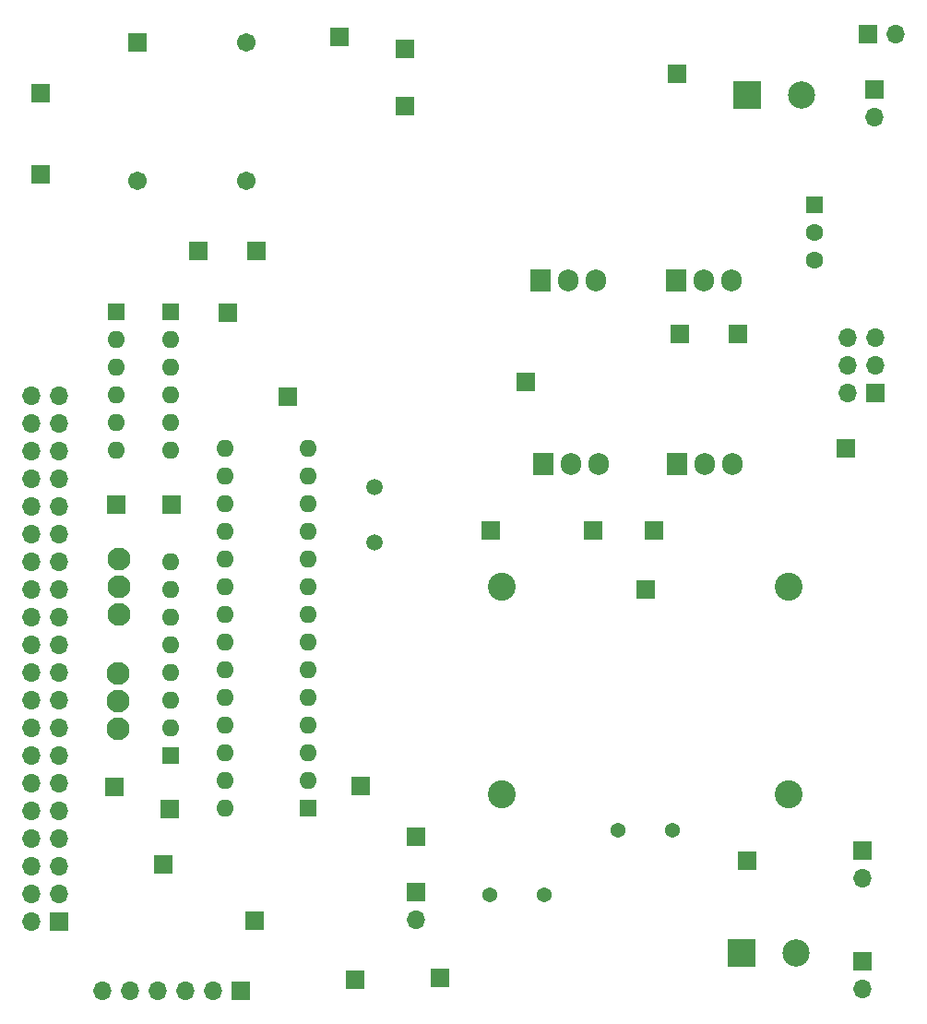
<source format=gbs>
G04 #@! TF.GenerationSoftware,KiCad,Pcbnew,8.0.8*
G04 #@! TF.CreationDate,2025-04-15T10:23:40-07:00*
G04 #@! TF.ProjectId,AtInverter_v2,4174496e-7665-4727-9465-725f76322e6b,v1*
G04 #@! TF.SameCoordinates,Original*
G04 #@! TF.FileFunction,Soldermask,Bot*
G04 #@! TF.FilePolarity,Negative*
%FSLAX46Y46*%
G04 Gerber Fmt 4.6, Leading zero omitted, Abs format (unit mm)*
G04 Created by KiCad (PCBNEW 8.0.8) date 2025-04-15 10:23:40*
%MOMM*%
%LPD*%
G01*
G04 APERTURE LIST*
G04 Aperture macros list*
%AMRoundRect*
0 Rectangle with rounded corners*
0 $1 Rounding radius*
0 $2 $3 $4 $5 $6 $7 $8 $9 X,Y pos of 4 corners*
0 Add a 4 corners polygon primitive as box body*
4,1,4,$2,$3,$4,$5,$6,$7,$8,$9,$2,$3,0*
0 Add four circle primitives for the rounded corners*
1,1,$1+$1,$2,$3*
1,1,$1+$1,$4,$5*
1,1,$1+$1,$6,$7*
1,1,$1+$1,$8,$9*
0 Add four rect primitives between the rounded corners*
20,1,$1+$1,$2,$3,$4,$5,0*
20,1,$1+$1,$4,$5,$6,$7,0*
20,1,$1+$1,$6,$7,$8,$9,0*
20,1,$1+$1,$8,$9,$2,$3,0*%
G04 Aperture macros list end*
%ADD10R,1.700000X1.700000*%
%ADD11R,1.905000X2.000000*%
%ADD12O,1.905000X2.000000*%
%ADD13R,1.600000X1.600000*%
%ADD14O,1.600000X1.600000*%
%ADD15C,2.100000*%
%ADD16O,1.700000X1.700000*%
%ADD17R,1.600200X1.600200*%
%ADD18C,1.600200*%
%ADD19C,1.500000*%
%ADD20C,1.371600*%
%ADD21RoundRect,0.102000X-0.754000X-0.754000X0.754000X-0.754000X0.754000X0.754000X-0.754000X0.754000X0*%
%ADD22C,1.712000*%
%ADD23R,2.500000X2.500000*%
%ADD24C,2.500000*%
%ADD25C,2.565400*%
G04 APERTURE END LIST*
D10*
X125327400Y-47659400D03*
D11*
X125222000Y-66598800D03*
D12*
X127762000Y-66598800D03*
X130302000Y-66598800D03*
D10*
X100330000Y-45395000D03*
X81330800Y-63906400D03*
X125603000Y-71501000D03*
D13*
X91455400Y-115011200D03*
D14*
X91455400Y-112471200D03*
X91455400Y-109931200D03*
X91455400Y-107391200D03*
X91455400Y-104851200D03*
X91455400Y-102311200D03*
X91455400Y-99771200D03*
X91455400Y-97231200D03*
X91455400Y-94691200D03*
X91455400Y-92151200D03*
X91455400Y-89611200D03*
X91455400Y-87071200D03*
X91455400Y-84531200D03*
X91455400Y-81991200D03*
X83835400Y-81991200D03*
X83835400Y-84531200D03*
X83835400Y-87071200D03*
X83835400Y-89611200D03*
X83835400Y-92151200D03*
X83835400Y-94691200D03*
X83835400Y-97231200D03*
X83835400Y-99771200D03*
X83835400Y-102311200D03*
X83835400Y-104851200D03*
X83835400Y-107391200D03*
X83835400Y-109931200D03*
X83835400Y-112471200D03*
X83835400Y-115011200D03*
D10*
X89611200Y-77317600D03*
D11*
X112776000Y-66598800D03*
D12*
X115316000Y-66598800D03*
X117856000Y-66598800D03*
D10*
X78130400Y-120243600D03*
D15*
X73964800Y-107746800D03*
X73964800Y-105206800D03*
X73964800Y-102666800D03*
D10*
X78892400Y-87223600D03*
X100355400Y-50622200D03*
D15*
X74066400Y-97282000D03*
X74066400Y-94742000D03*
X74066400Y-92202000D03*
D10*
X140843000Y-82042000D03*
D16*
X140970000Y-71882000D03*
X143510000Y-71882000D03*
X140970000Y-74422000D03*
X143510000Y-74422000D03*
X140970000Y-76962000D03*
D10*
X143510000Y-76962000D03*
X101371400Y-117678200D03*
D17*
X137966000Y-59690000D03*
D18*
X137966000Y-62230000D03*
X137966000Y-64770000D03*
D10*
X95783400Y-130759200D03*
D19*
X97561400Y-85624800D03*
X97561400Y-90624800D03*
D10*
X84099400Y-69545200D03*
D13*
X78790800Y-69467400D03*
D14*
X78790800Y-72007400D03*
X78790800Y-74547400D03*
X78790800Y-77087400D03*
X78790800Y-79627400D03*
X78790800Y-82167400D03*
D20*
X124866400Y-117094000D03*
X119866400Y-117094000D03*
D10*
X73685400Y-113106200D03*
D20*
X113131600Y-122986800D03*
X108131600Y-122986800D03*
D11*
X113030000Y-83439000D03*
D12*
X115570000Y-83439000D03*
X118110000Y-83439000D03*
D13*
X78841600Y-110185200D03*
D14*
X78841600Y-107645200D03*
X78841600Y-105105200D03*
X78841600Y-102565200D03*
X78841600Y-100025200D03*
X78841600Y-97485200D03*
X78841600Y-94945200D03*
X78841600Y-92405200D03*
D10*
X142341600Y-118922800D03*
D16*
X142341600Y-121462800D03*
D10*
X108204000Y-89535000D03*
X123190000Y-89535000D03*
X122428000Y-94945200D03*
X66852800Y-56926600D03*
X142341600Y-129082800D03*
D16*
X142341600Y-131622800D03*
D21*
X75746600Y-44738400D03*
D22*
X75746600Y-57438400D03*
X85746600Y-57438400D03*
X85746600Y-44738400D03*
D10*
X111404400Y-75946000D03*
X94339400Y-44272200D03*
D23*
X131713600Y-49580800D03*
D24*
X136713600Y-49580800D03*
D10*
X103530400Y-130632200D03*
X130937000Y-71501000D03*
X86512400Y-125374400D03*
D25*
X135585200Y-113741200D03*
X135585200Y-94691200D03*
D11*
X125323600Y-83439000D03*
D12*
X127863600Y-83439000D03*
X130403600Y-83439000D03*
D10*
X117602000Y-89535000D03*
X85242400Y-131775200D03*
D16*
X82702400Y-131775200D03*
X80162400Y-131775200D03*
X77622400Y-131775200D03*
X75082400Y-131775200D03*
X72542400Y-131775200D03*
D10*
X143408400Y-49072800D03*
D16*
X143408400Y-51612800D03*
D10*
X131724400Y-119837200D03*
X66856600Y-49437400D03*
X101369600Y-122732800D03*
D16*
X101369600Y-125272800D03*
D10*
X73812400Y-87223600D03*
D23*
X131205600Y-128320800D03*
D24*
X136205600Y-128320800D03*
D16*
X145389600Y-43992800D03*
D10*
X142849600Y-43992800D03*
X78765400Y-115138200D03*
D13*
X73837800Y-69467400D03*
D14*
X73837800Y-72007400D03*
X73837800Y-74547400D03*
X73837800Y-77087400D03*
X73837800Y-79627400D03*
X73837800Y-82167400D03*
D10*
X86664800Y-63906400D03*
X96291400Y-112979200D03*
D25*
X109220000Y-94691200D03*
X109220000Y-113741200D03*
D16*
X66040000Y-77165200D03*
X68580000Y-77165200D03*
X66040000Y-79705200D03*
X68580000Y-79705200D03*
X66040000Y-82245200D03*
X68580000Y-82245200D03*
X66040000Y-84785200D03*
X68580000Y-84785200D03*
X66040000Y-87325200D03*
X68580000Y-87325200D03*
X66040000Y-89865200D03*
X68580000Y-89865200D03*
X66040000Y-92405200D03*
X68580000Y-92405200D03*
X66040000Y-94945200D03*
X68580000Y-94945200D03*
X66040000Y-97485200D03*
X68580000Y-97485200D03*
X66040000Y-100025200D03*
X68580000Y-100025200D03*
X66040000Y-102565200D03*
X68580000Y-102565200D03*
X66040000Y-105105200D03*
X68580000Y-105105200D03*
X66040000Y-107645200D03*
X68580000Y-107645200D03*
X66040000Y-110185200D03*
X68580000Y-110185200D03*
X66040000Y-112725200D03*
X68580000Y-112725200D03*
X66040000Y-115265200D03*
X68580000Y-115265200D03*
X66040000Y-117805200D03*
X68580000Y-117805200D03*
X66040000Y-120345200D03*
X68580000Y-120345200D03*
X66040000Y-122885200D03*
X68580000Y-122885200D03*
X66040000Y-125425200D03*
D10*
X68580000Y-125425200D03*
M02*

</source>
